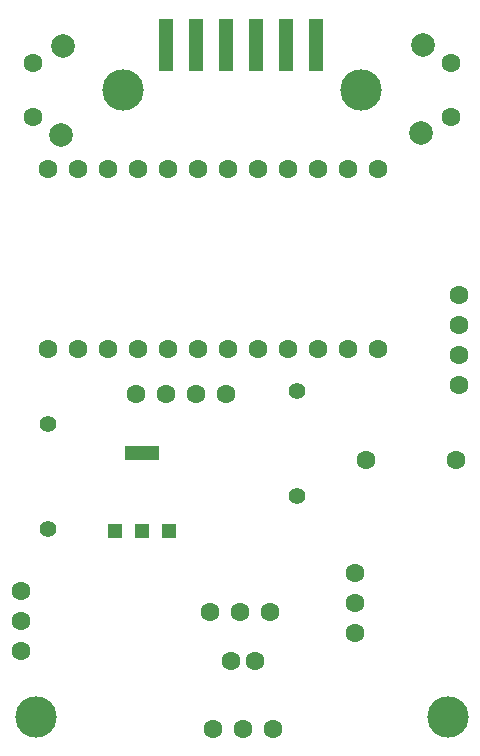
<source format=gts>
G04 (created by PCBNEW (22-Jun-2014 BZR 4027)-stable) date Mon 17 Oct 2016 14:56:04 BST*
%MOIN*%
G04 Gerber Fmt 3.4, Leading zero omitted, Abs format*
%FSLAX34Y34*%
G01*
G70*
G90*
G04 APERTURE LIST*
%ADD10C,0.00590551*%
%ADD11C,0.055*%
%ADD12C,0.0629921*%
%ADD13R,0.0472441X0.177165*%
%ADD14R,0.0472441X0.0472441*%
%ADD15R,0.11811X0.0472441*%
%ADD16C,0.0787402*%
%ADD17C,0.137795*%
G04 APERTURE END LIST*
G54D10*
G54D11*
X112500Y-34100D03*
X112500Y-30600D03*
G54D12*
X123500Y-28100D03*
X122500Y-28100D03*
X123500Y-22100D03*
X121500Y-28100D03*
X120500Y-28100D03*
X119500Y-28100D03*
X118500Y-28100D03*
X117500Y-28100D03*
X116500Y-28100D03*
X115500Y-28100D03*
X114500Y-28100D03*
X113500Y-28100D03*
X112500Y-28100D03*
X122500Y-22100D03*
X121500Y-22100D03*
X120500Y-22100D03*
X119500Y-22100D03*
X118500Y-22100D03*
X117500Y-22100D03*
X116500Y-22100D03*
X115500Y-22100D03*
X114500Y-22100D03*
X113500Y-22100D03*
X112500Y-22100D03*
X123100Y-31800D03*
X126100Y-31800D03*
G54D13*
X118450Y-17950D03*
X119450Y-17950D03*
X117450Y-17950D03*
X116450Y-17950D03*
X120450Y-17950D03*
X121450Y-17950D03*
G54D14*
X114750Y-34150D03*
X115650Y-34150D03*
X116550Y-34150D03*
G54D15*
X115650Y-31550D03*
G54D12*
X111600Y-36150D03*
X111600Y-37150D03*
X111600Y-38150D03*
X122750Y-35550D03*
X122750Y-36550D03*
X122750Y-37550D03*
X125950Y-18550D03*
X125950Y-20350D03*
G54D16*
X124950Y-20900D03*
X125000Y-17950D03*
G54D12*
X112000Y-20350D03*
X112000Y-18550D03*
G54D16*
X113000Y-18000D03*
X112950Y-20950D03*
G54D12*
X118000Y-40750D03*
X119000Y-40750D03*
X120000Y-40750D03*
X119900Y-36850D03*
X118900Y-36850D03*
X117900Y-36850D03*
G54D17*
X122950Y-19450D03*
X115000Y-19450D03*
X125850Y-40350D03*
X112100Y-40350D03*
G54D12*
X126200Y-27300D03*
X126200Y-28300D03*
X126200Y-29300D03*
X126200Y-26300D03*
X119400Y-38500D03*
X118600Y-38500D03*
X115450Y-29600D03*
X116450Y-29600D03*
X117450Y-29600D03*
X118450Y-29600D03*
G54D11*
X120800Y-33000D03*
X120800Y-29500D03*
M02*

</source>
